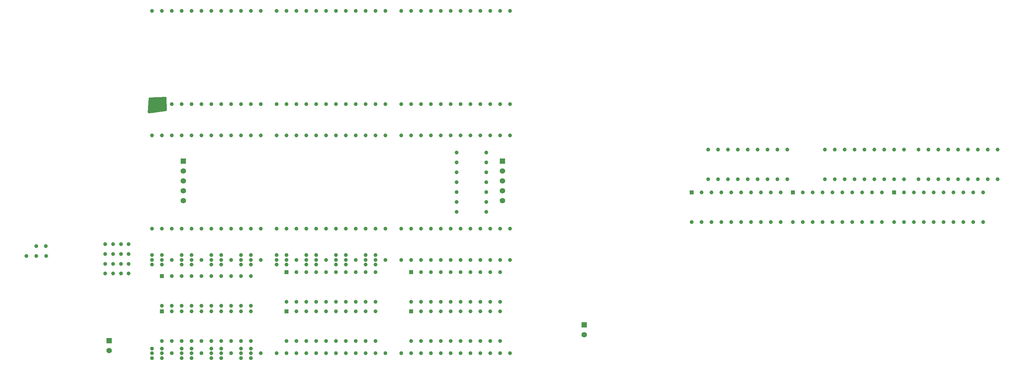
<source format=gbs>
G04 (created by PCBNEW (2013-07-07 BZR 4022)-stable) date 1/25/2014 12:44:16 AM*
%MOIN*%
G04 Gerber Fmt 3.4, Leading zero omitted, Abs format*
%FSLAX34Y34*%
G01*
G70*
G90*
G04 APERTURE LIST*
%ADD10C,0.00590551*%
%ADD11C,0.0393701*%
%ADD12R,0.0393701X0.0393701*%
%ADD13R,0.055X0.055*%
%ADD14C,0.055*%
%ADD15C,0.01*%
G04 APERTURE END LIST*
G54D10*
G54D11*
X94818Y-55783D03*
X95818Y-55783D03*
X96818Y-55783D03*
X97818Y-55783D03*
X98818Y-55783D03*
X99818Y-55783D03*
X100818Y-55783D03*
X101818Y-55783D03*
X102818Y-55783D03*
X102818Y-58783D03*
X101818Y-58783D03*
X100818Y-58783D03*
X99818Y-58783D03*
X98818Y-58783D03*
X97818Y-58783D03*
X96818Y-58783D03*
X95818Y-58783D03*
X94818Y-58783D03*
X116078Y-55783D03*
X117078Y-55783D03*
X118078Y-55783D03*
X119078Y-55783D03*
X120078Y-55783D03*
X121078Y-55783D03*
X122078Y-55783D03*
X123078Y-55783D03*
X124078Y-55783D03*
X124078Y-58783D03*
X123078Y-58783D03*
X122078Y-58783D03*
X121078Y-58783D03*
X120078Y-58783D03*
X119078Y-58783D03*
X118078Y-58783D03*
X117078Y-58783D03*
X116078Y-58783D03*
X106629Y-55783D03*
X107629Y-55783D03*
X108629Y-55783D03*
X109629Y-55783D03*
X110629Y-55783D03*
X111629Y-55783D03*
X112629Y-55783D03*
X113629Y-55783D03*
X114629Y-55783D03*
X114629Y-58783D03*
X113629Y-58783D03*
X112629Y-58783D03*
X111629Y-58783D03*
X110629Y-58783D03*
X109629Y-58783D03*
X108629Y-58783D03*
X107629Y-58783D03*
X106629Y-58783D03*
G54D12*
X93137Y-60114D03*
G54D11*
X94137Y-60114D03*
X95137Y-60114D03*
X96137Y-60114D03*
X97137Y-60114D03*
X98137Y-60114D03*
X99137Y-60114D03*
X100137Y-60114D03*
X101137Y-60114D03*
X102137Y-60114D03*
X93137Y-63114D03*
X94137Y-63114D03*
X95137Y-63114D03*
X96137Y-63114D03*
X97137Y-63114D03*
X98137Y-63114D03*
X99137Y-63114D03*
X100137Y-63114D03*
X101137Y-63114D03*
X102137Y-63114D03*
G54D12*
X52192Y-68185D03*
G54D11*
X53192Y-68185D03*
X54192Y-68185D03*
X55192Y-68185D03*
X56192Y-68185D03*
X57192Y-68185D03*
X58192Y-68185D03*
X59192Y-68185D03*
X60192Y-68185D03*
X61192Y-68185D03*
X52192Y-71185D03*
X53192Y-71185D03*
X54192Y-71185D03*
X55192Y-71185D03*
X56192Y-71185D03*
X57192Y-71185D03*
X58192Y-71185D03*
X59192Y-71185D03*
X60192Y-71185D03*
X61192Y-71185D03*
G54D12*
X52192Y-72122D03*
G54D11*
X53192Y-72122D03*
X54192Y-72122D03*
X55192Y-72122D03*
X56192Y-72122D03*
X57192Y-72122D03*
X58192Y-72122D03*
X59192Y-72122D03*
X60192Y-72122D03*
X61192Y-72122D03*
X52192Y-75122D03*
X53192Y-75122D03*
X54192Y-75122D03*
X55192Y-75122D03*
X56192Y-75122D03*
X57192Y-75122D03*
X58192Y-75122D03*
X59192Y-75122D03*
X60192Y-75122D03*
X61192Y-75122D03*
G54D12*
X64791Y-68185D03*
G54D11*
X65791Y-68185D03*
X66791Y-68185D03*
X67791Y-68185D03*
X68791Y-68185D03*
X69791Y-68185D03*
X70791Y-68185D03*
X71791Y-68185D03*
X72791Y-68185D03*
X73791Y-68185D03*
X64791Y-71185D03*
X65791Y-71185D03*
X66791Y-71185D03*
X67791Y-71185D03*
X68791Y-71185D03*
X69791Y-71185D03*
X70791Y-71185D03*
X71791Y-71185D03*
X72791Y-71185D03*
X73791Y-71185D03*
G54D12*
X64791Y-72122D03*
G54D11*
X65791Y-72122D03*
X66791Y-72122D03*
X67791Y-72122D03*
X68791Y-72122D03*
X69791Y-72122D03*
X70791Y-72122D03*
X71791Y-72122D03*
X72791Y-72122D03*
X73791Y-72122D03*
X64791Y-75122D03*
X65791Y-75122D03*
X66791Y-75122D03*
X67791Y-75122D03*
X68791Y-75122D03*
X69791Y-75122D03*
X70791Y-75122D03*
X71791Y-75122D03*
X72791Y-75122D03*
X73791Y-75122D03*
G54D12*
X39594Y-72122D03*
G54D11*
X40594Y-72122D03*
X41594Y-72122D03*
X42594Y-72122D03*
X43594Y-72122D03*
X44594Y-72122D03*
X45594Y-72122D03*
X46594Y-72122D03*
X47594Y-72122D03*
X48594Y-72122D03*
X39594Y-75122D03*
X40594Y-75122D03*
X41594Y-75122D03*
X42594Y-75122D03*
X43594Y-75122D03*
X44594Y-75122D03*
X45594Y-75122D03*
X46594Y-75122D03*
X47594Y-75122D03*
X48594Y-75122D03*
G54D12*
X103374Y-60114D03*
G54D11*
X104374Y-60114D03*
X105374Y-60114D03*
X106374Y-60114D03*
X107374Y-60114D03*
X108374Y-60114D03*
X109374Y-60114D03*
X110374Y-60114D03*
X111374Y-60114D03*
X112374Y-60114D03*
X103374Y-63114D03*
X104374Y-63114D03*
X105374Y-63114D03*
X106374Y-63114D03*
X107374Y-63114D03*
X108374Y-63114D03*
X109374Y-63114D03*
X110374Y-63114D03*
X111374Y-63114D03*
X112374Y-63114D03*
G54D12*
X113610Y-60114D03*
G54D11*
X114610Y-60114D03*
X115610Y-60114D03*
X116610Y-60114D03*
X117610Y-60114D03*
X118610Y-60114D03*
X119610Y-60114D03*
X120610Y-60114D03*
X121610Y-60114D03*
X122610Y-60114D03*
X113610Y-63114D03*
X114610Y-63114D03*
X115610Y-63114D03*
X116610Y-63114D03*
X117610Y-63114D03*
X118610Y-63114D03*
X119610Y-63114D03*
X120610Y-63114D03*
X121610Y-63114D03*
X122610Y-63114D03*
G54D12*
X39594Y-68578D03*
G54D11*
X40594Y-68578D03*
X41594Y-68578D03*
X42594Y-68578D03*
X43594Y-68578D03*
X44594Y-68578D03*
X45594Y-68578D03*
X46594Y-68578D03*
X47594Y-68578D03*
X48594Y-68578D03*
X39594Y-71578D03*
X40594Y-71578D03*
X41594Y-71578D03*
X42594Y-71578D03*
X43594Y-71578D03*
X44594Y-71578D03*
X45594Y-71578D03*
X46594Y-71578D03*
X47594Y-71578D03*
X48594Y-71578D03*
X72366Y-56055D03*
X72366Y-57055D03*
X72366Y-58055D03*
X72366Y-59055D03*
X72366Y-60055D03*
X72366Y-61055D03*
X72366Y-62055D03*
X69366Y-62055D03*
X69366Y-61055D03*
X69366Y-60055D03*
X69366Y-59055D03*
X69366Y-58055D03*
X69366Y-57055D03*
X69366Y-56055D03*
G54D13*
X41732Y-56948D03*
G54D14*
X41732Y-57948D03*
X41732Y-58948D03*
X41732Y-59948D03*
X41732Y-60948D03*
G54D13*
X74015Y-56948D03*
G54D14*
X74015Y-57948D03*
X74015Y-58948D03*
X74015Y-59948D03*
X74015Y-60948D03*
G54D13*
X34251Y-75090D03*
G54D14*
X34251Y-76090D03*
G54D13*
X82283Y-73515D03*
G54D14*
X82283Y-74515D03*
G54D11*
X25877Y-66525D03*
X26877Y-66525D03*
X27877Y-66525D03*
X63787Y-76377D03*
X64787Y-76377D03*
X65787Y-76377D03*
X66787Y-76377D03*
X67787Y-76377D03*
X68787Y-76377D03*
X69787Y-76377D03*
X70787Y-76377D03*
X71787Y-76377D03*
X72787Y-76377D03*
X73787Y-76377D03*
X74787Y-76377D03*
X74787Y-66929D03*
X73787Y-66929D03*
X72787Y-66929D03*
X71787Y-66929D03*
X70787Y-66929D03*
X69787Y-66929D03*
X68787Y-66929D03*
X67787Y-66929D03*
X66787Y-66929D03*
X65787Y-66929D03*
X64787Y-66929D03*
X63791Y-66929D03*
X51188Y-76377D03*
X52188Y-76377D03*
X53188Y-76377D03*
X54188Y-76377D03*
X55188Y-76377D03*
X56188Y-76377D03*
X57188Y-76377D03*
X58188Y-76377D03*
X59188Y-76377D03*
X60188Y-76377D03*
X61188Y-76377D03*
X62188Y-76377D03*
X62188Y-66929D03*
X61188Y-66929D03*
X60188Y-66929D03*
X59188Y-66929D03*
X58188Y-66929D03*
X57188Y-66929D03*
X56188Y-66929D03*
X55188Y-66929D03*
X54188Y-66929D03*
X53188Y-66929D03*
X52188Y-66929D03*
X51192Y-66929D03*
X51188Y-51181D03*
X52188Y-51181D03*
X53188Y-51181D03*
X54188Y-51181D03*
X55188Y-51181D03*
X56188Y-51181D03*
X57188Y-51181D03*
X58188Y-51181D03*
X59188Y-51181D03*
X60188Y-51181D03*
X61188Y-51181D03*
X62188Y-51181D03*
X62188Y-41732D03*
X61188Y-41732D03*
X60188Y-41732D03*
X59188Y-41732D03*
X58188Y-41732D03*
X57188Y-41732D03*
X56188Y-41732D03*
X55188Y-41732D03*
X54188Y-41732D03*
X53188Y-41732D03*
X52188Y-41732D03*
X51192Y-41732D03*
X38590Y-76377D03*
X39590Y-76377D03*
X40590Y-76377D03*
X41590Y-76377D03*
X42590Y-76377D03*
X43590Y-76377D03*
X44590Y-76377D03*
X45590Y-76377D03*
X46590Y-76377D03*
X47590Y-76377D03*
X48590Y-76377D03*
X49590Y-76377D03*
X49590Y-66929D03*
X48590Y-66929D03*
X47590Y-66929D03*
X46590Y-66929D03*
X45590Y-66929D03*
X44590Y-66929D03*
X43590Y-66929D03*
X42590Y-66929D03*
X41590Y-66929D03*
X40590Y-66929D03*
X39590Y-66929D03*
X38594Y-66929D03*
X63787Y-63779D03*
X64787Y-63779D03*
X65787Y-63779D03*
X66787Y-63779D03*
X67787Y-63779D03*
X68787Y-63779D03*
X69787Y-63779D03*
X70787Y-63779D03*
X71787Y-63779D03*
X72787Y-63779D03*
X73787Y-63779D03*
X74787Y-63779D03*
X74787Y-54330D03*
X73787Y-54330D03*
X72787Y-54330D03*
X71787Y-54330D03*
X70787Y-54330D03*
X69787Y-54330D03*
X68787Y-54330D03*
X67787Y-54330D03*
X66787Y-54330D03*
X65787Y-54330D03*
X64787Y-54330D03*
X63791Y-54330D03*
X51188Y-63779D03*
X52188Y-63779D03*
X53188Y-63779D03*
X54188Y-63779D03*
X55188Y-63779D03*
X56188Y-63779D03*
X57188Y-63779D03*
X58188Y-63779D03*
X59188Y-63779D03*
X60188Y-63779D03*
X61188Y-63779D03*
X62188Y-63779D03*
X62188Y-54330D03*
X61188Y-54330D03*
X60188Y-54330D03*
X59188Y-54330D03*
X58188Y-54330D03*
X57188Y-54330D03*
X56188Y-54330D03*
X55188Y-54330D03*
X54188Y-54330D03*
X53188Y-54330D03*
X52188Y-54330D03*
X51192Y-54330D03*
X63787Y-51181D03*
X64787Y-51181D03*
X65787Y-51181D03*
X66787Y-51181D03*
X67787Y-51181D03*
X68787Y-51181D03*
X69787Y-51181D03*
X70787Y-51181D03*
X71787Y-51181D03*
X72787Y-51181D03*
X73787Y-51181D03*
X74787Y-51181D03*
X74787Y-41732D03*
X73787Y-41732D03*
X72787Y-41732D03*
X71787Y-41732D03*
X70787Y-41732D03*
X69787Y-41732D03*
X68787Y-41732D03*
X67787Y-41732D03*
X66787Y-41732D03*
X65787Y-41732D03*
X64787Y-41732D03*
X63791Y-41732D03*
X38590Y-63779D03*
X39590Y-63779D03*
X40590Y-63779D03*
X41590Y-63779D03*
X42590Y-63779D03*
X43590Y-63779D03*
X44590Y-63779D03*
X45590Y-63779D03*
X46590Y-63779D03*
X47590Y-63779D03*
X48590Y-63779D03*
X49590Y-63779D03*
X49590Y-54330D03*
X48590Y-54330D03*
X47590Y-54330D03*
X46590Y-54330D03*
X45590Y-54330D03*
X44590Y-54330D03*
X43590Y-54330D03*
X42590Y-54330D03*
X41590Y-54330D03*
X40590Y-54330D03*
X39590Y-54330D03*
X38594Y-54330D03*
X38590Y-51181D03*
X39590Y-51181D03*
X40590Y-51181D03*
X41590Y-51181D03*
X42590Y-51181D03*
X43590Y-51181D03*
X44590Y-51181D03*
X45590Y-51181D03*
X46590Y-51181D03*
X47590Y-51181D03*
X48590Y-51181D03*
X49590Y-51181D03*
X49590Y-41732D03*
X48590Y-41732D03*
X47590Y-41732D03*
X46590Y-41732D03*
X45590Y-41732D03*
X44590Y-41732D03*
X43590Y-41732D03*
X42590Y-41732D03*
X41590Y-41732D03*
X40590Y-41732D03*
X39590Y-41732D03*
X38594Y-41732D03*
X51192Y-66421D03*
X51192Y-67405D03*
X45590Y-75901D03*
X45590Y-76885D03*
X36220Y-67322D03*
X36220Y-68307D03*
X35433Y-67322D03*
X35433Y-68307D03*
X34645Y-67322D03*
X34645Y-68307D03*
X33858Y-67322D03*
X33858Y-68307D03*
X61188Y-66421D03*
X61188Y-67405D03*
X58188Y-66421D03*
X58188Y-67405D03*
X55188Y-66421D03*
X55188Y-67405D03*
X52188Y-66421D03*
X52188Y-67405D03*
X42590Y-75901D03*
X42590Y-76885D03*
X26877Y-65525D03*
X27861Y-65525D03*
X26877Y-65525D03*
X27861Y-65525D03*
X26877Y-65525D03*
X27861Y-65525D03*
X26877Y-65525D03*
X27861Y-65525D03*
X26877Y-65525D03*
X27861Y-65525D03*
X26877Y-65525D03*
X27861Y-65525D03*
X26877Y-65525D03*
X27861Y-65525D03*
X26877Y-65525D03*
X27861Y-65525D03*
X39590Y-75901D03*
X39590Y-76885D03*
X42590Y-66421D03*
X42590Y-67405D03*
X39590Y-66421D03*
X39590Y-67405D03*
X45590Y-66421D03*
X45590Y-67405D03*
X48590Y-66421D03*
X48590Y-67405D03*
X26877Y-65525D03*
X27861Y-65525D03*
X26877Y-65525D03*
X27861Y-65525D03*
X26877Y-65525D03*
X27861Y-65525D03*
X26877Y-65525D03*
X27861Y-65525D03*
X26877Y-65525D03*
X27861Y-65525D03*
X26877Y-65525D03*
X27861Y-65525D03*
X26877Y-65525D03*
X27861Y-65525D03*
X26877Y-65525D03*
X27861Y-65525D03*
X48590Y-75901D03*
X48590Y-76885D03*
X33858Y-65354D03*
X33858Y-66338D03*
X34645Y-65354D03*
X34645Y-66338D03*
X35433Y-65354D03*
X35433Y-66338D03*
X36220Y-65354D03*
X36220Y-66338D03*
X60188Y-66421D03*
X60188Y-67405D03*
X57188Y-66421D03*
X57188Y-67405D03*
X54188Y-66421D03*
X54188Y-67405D03*
X26877Y-65525D03*
X27861Y-65525D03*
X26877Y-65525D03*
X27861Y-65525D03*
X26877Y-65525D03*
X27861Y-65525D03*
X26877Y-65525D03*
X27861Y-65525D03*
X41590Y-75901D03*
X41590Y-76885D03*
X44590Y-75901D03*
X44590Y-76885D03*
X47590Y-75901D03*
X47590Y-76885D03*
X44590Y-66421D03*
X44590Y-67405D03*
X47590Y-66421D03*
X47590Y-67405D03*
X26877Y-65525D03*
X27861Y-65525D03*
X26877Y-65525D03*
X27861Y-65525D03*
X26877Y-65525D03*
X27861Y-65525D03*
X26877Y-65525D03*
X27861Y-65525D03*
X26877Y-65525D03*
X27861Y-65525D03*
X26877Y-65525D03*
X27861Y-65525D03*
X26877Y-65525D03*
X27861Y-65525D03*
X26877Y-65525D03*
X27861Y-65525D03*
X26877Y-65525D03*
X27861Y-65525D03*
X26877Y-65525D03*
X27861Y-65525D03*
X26877Y-65525D03*
X27861Y-65525D03*
X26877Y-65525D03*
X27861Y-65525D03*
X26877Y-65525D03*
X27861Y-65525D03*
X26877Y-65525D03*
X27861Y-65525D03*
X26877Y-65525D03*
X27861Y-65525D03*
X26877Y-65525D03*
X27861Y-65525D03*
X38594Y-66421D03*
X38594Y-67405D03*
X38590Y-75901D03*
X38590Y-76885D03*
X41590Y-66421D03*
X41590Y-67405D03*
X26877Y-65525D03*
X27861Y-65525D03*
X26877Y-65525D03*
X27861Y-65525D03*
X26877Y-65525D03*
X27861Y-65525D03*
X26877Y-65525D03*
X27861Y-65525D03*
G54D10*
G36*
X40028Y-51797D02*
X38307Y-52048D01*
X38172Y-51988D01*
X38266Y-50528D01*
X39972Y-50471D01*
X40028Y-51797D01*
X40028Y-51797D01*
G37*
G54D15*
X40028Y-51797D02*
X38307Y-52048D01*
X38172Y-51988D01*
X38266Y-50528D01*
X39972Y-50471D01*
X40028Y-51797D01*
M02*

</source>
